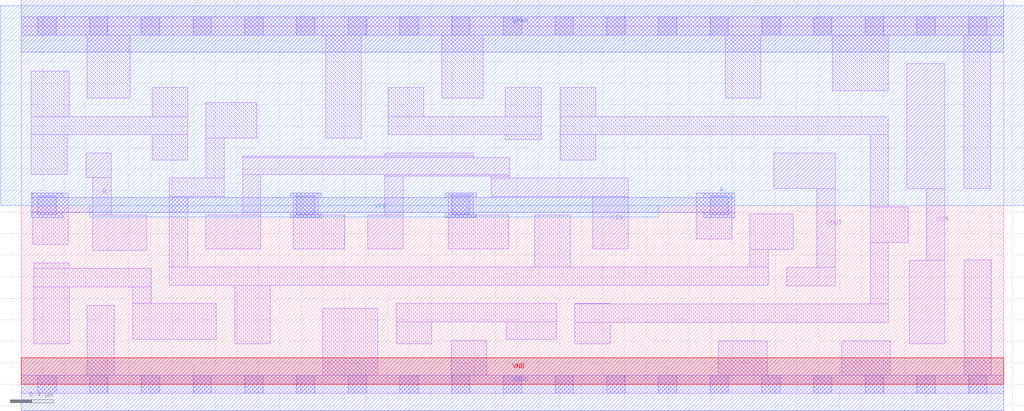
<source format=lef>
# Copyright 2020 The SkyWater PDK Authors
#
# Licensed under the Apache License, Version 2.0 (the "License");
# you may not use this file except in compliance with the License.
# You may obtain a copy of the License at
#
#     https://www.apache.org/licenses/LICENSE-2.0
#
# Unless required by applicable law or agreed to in writing, software
# distributed under the License is distributed on an "AS IS" BASIS,
# WITHOUT WARRANTIES OR CONDITIONS OF ANY KIND, either express or implied.
# See the License for the specific language governing permissions and
# limitations under the License.
#
# SPDX-License-Identifier: Apache-2.0

VERSION 5.7 ;
  NOWIREEXTENSIONATPIN ON ;
  DIVIDERCHAR "/" ;
  BUSBITCHARS "[]" ;
MACRO sky130_fd_sc_hs__fa_2
  CLASS CORE ;
  FOREIGN sky130_fd_sc_hs__fa_2 ;
  ORIGIN  0.000000  0.000000 ;
  SIZE  9.120000 BY  3.330000 ;
  SYMMETRY X Y ;
  SITE unit ;
  PIN A
    ANTENNAGATEAREA  1.044000 ;
    DIRECTION INPUT ;
    USE SIGNAL ;
    PORT
      LAYER met1 ;
        RECT 0.095000 1.550000 0.385000 1.595000 ;
        RECT 0.095000 1.595000 6.625000 1.735000 ;
        RECT 0.095000 1.735000 0.385000 1.780000 ;
        RECT 2.495000 1.550000 2.785000 1.595000 ;
        RECT 2.495000 1.735000 2.785000 1.780000 ;
        RECT 3.935000 1.550000 4.225000 1.595000 ;
        RECT 3.935000 1.735000 4.225000 1.780000 ;
        RECT 6.335000 1.550000 6.625000 1.595000 ;
        RECT 6.335000 1.735000 6.625000 1.780000 ;
    END
  END A
  PIN B
    ANTENNAGATEAREA  1.044000 ;
    DIRECTION INPUT ;
    USE SIGNAL ;
    PORT
      LAYER li1 ;
        RECT 0.605000 1.920000 0.835000 2.150000 ;
        RECT 0.665000 1.245000 1.165000 1.575000 ;
        RECT 0.665000 1.575000 0.835000 1.920000 ;
    END
  END B
  PIN CIN
    ANTENNAGATEAREA  0.783000 ;
    DIRECTION INPUT ;
    USE SIGNAL ;
    PORT
      LAYER li1 ;
        RECT 1.715000 1.260000 2.225000 1.575000 ;
        RECT 2.055000 1.575000 2.225000 1.950000 ;
        RECT 2.055000 1.950000 4.535000 2.105000 ;
        RECT 2.055000 2.105000 4.195000 2.120000 ;
        RECT 3.215000 1.260000 3.545000 1.575000 ;
        RECT 3.375000 1.575000 3.545000 1.935000 ;
        RECT 3.375000 1.935000 4.535000 1.950000 ;
        RECT 3.375000 2.120000 4.195000 2.150000 ;
        RECT 4.365000 1.745000 5.635000 1.915000 ;
        RECT 4.365000 1.915000 4.535000 1.935000 ;
        RECT 5.305000 1.260000 5.635000 1.745000 ;
    END
  END CIN
  PIN COUT
    ANTENNADIFFAREA  0.649600 ;
    DIRECTION OUTPUT ;
    USE SIGNAL ;
    PORT
      LAYER li1 ;
        RECT 6.985000 1.820000 7.555000 2.150000 ;
        RECT 7.105000 0.915000 7.555000 1.085000 ;
        RECT 7.385000 1.085000 7.555000 1.820000 ;
    END
  END COUT
  PIN SUM
    ANTENNADIFFAREA  0.543200 ;
    DIRECTION OUTPUT ;
    USE SIGNAL ;
    PORT
      LAYER li1 ;
        RECT 8.220000 1.820000 8.575000 2.980000 ;
        RECT 8.245000 0.375000 8.575000 1.150000 ;
        RECT 8.405000 1.150000 8.575000 1.820000 ;
    END
  END SUM
  PIN VGND
    DIRECTION INOUT ;
    USE GROUND ;
    PORT
      LAYER met1 ;
        RECT 0.000000 -0.245000 9.120000 0.245000 ;
    END
  END VGND
  PIN VNB
    DIRECTION INOUT ;
    USE GROUND ;
    PORT
      LAYER pwell ;
        RECT 0.000000 0.000000 9.120000 0.245000 ;
    END
  END VNB
  PIN VPB
    DIRECTION INOUT ;
    USE POWER ;
    PORT
      LAYER nwell ;
        RECT -0.190000 1.660000 9.310000 3.520000 ;
        RECT  0.635000 1.555000 5.915000 1.660000 ;
    END
  END VPB
  PIN VPWR
    DIRECTION INOUT ;
    USE POWER ;
    PORT
      LAYER met1 ;
        RECT 0.000000 3.085000 9.120000 3.575000 ;
    END
  END VPWR
  OBS
    LAYER li1 ;
      RECT 0.000000 -0.085000 9.120000 0.085000 ;
      RECT 0.000000  3.245000 9.120000 3.415000 ;
      RECT 0.095000  1.950000 0.425000 2.320000 ;
      RECT 0.095000  2.320000 1.545000 2.490000 ;
      RECT 0.095000  2.490000 0.445000 2.910000 ;
      RECT 0.105000  1.300000 0.435000 1.780000 ;
      RECT 0.115000  0.375000 0.445000 0.905000 ;
      RECT 0.115000  0.905000 1.205000 1.075000 ;
      RECT 0.115000  1.075000 0.445000 1.130000 ;
      RECT 0.615000  0.085000 0.865000 0.735000 ;
      RECT 0.615000  2.660000 1.010000 3.245000 ;
      RECT 1.035000  0.420000 1.810000 0.750000 ;
      RECT 1.035000  0.750000 1.205000 0.905000 ;
      RECT 1.215000  2.085000 1.545000 2.320000 ;
      RECT 1.215000  2.490000 1.545000 2.755000 ;
      RECT 1.375000  0.920000 6.935000 1.090000 ;
      RECT 1.375000  1.090000 1.545000 1.745000 ;
      RECT 1.375000  1.745000 1.885000 1.915000 ;
      RECT 1.715000  1.915000 1.885000 2.290000 ;
      RECT 1.715000  2.290000 2.185000 2.620000 ;
      RECT 1.980000  0.375000 2.310000 0.920000 ;
      RECT 2.525000  1.260000 3.005000 1.575000 ;
      RECT 2.525000  1.575000 2.755000 1.780000 ;
      RECT 2.800000  0.085000 3.310000 0.705000 ;
      RECT 2.825000  2.290000 3.155000 3.245000 ;
      RECT 3.405000  2.320000 4.825000 2.490000 ;
      RECT 3.405000  2.490000 3.735000 2.755000 ;
      RECT 3.480000  0.375000 3.810000 0.580000 ;
      RECT 3.480000  0.580000 4.970000 0.750000 ;
      RECT 3.905000  2.660000 4.290000 3.245000 ;
      RECT 3.965000  1.260000 4.525000 1.575000 ;
      RECT 3.965000  1.575000 4.195000 1.765000 ;
      RECT 3.990000  0.085000 4.320000 0.410000 ;
      RECT 4.495000  2.275000 4.825000 2.320000 ;
      RECT 4.495000  2.490000 4.825000 2.755000 ;
      RECT 4.500000  0.420000 4.970000 0.580000 ;
      RECT 4.765000  1.090000 5.095000 1.575000 ;
      RECT 5.005000  2.085000 5.335000 2.320000 ;
      RECT 5.005000  2.320000 8.050000 2.490000 ;
      RECT 5.005000  2.490000 5.335000 2.755000 ;
      RECT 5.140000  0.375000 5.470000 0.575000 ;
      RECT 5.140000  0.575000 8.050000 0.745000 ;
      RECT 5.140000  0.745000 5.470000 0.750000 ;
      RECT 6.265000  1.350000 6.595000 1.780000 ;
      RECT 6.470000  0.085000 6.925000 0.405000 ;
      RECT 6.535000  2.660000 6.865000 3.245000 ;
      RECT 6.765000  1.090000 6.935000 1.255000 ;
      RECT 6.765000  1.255000 7.165000 1.585000 ;
      RECT 7.530000  2.730000 8.050000 3.245000 ;
      RECT 7.615000  0.085000 8.065000 0.405000 ;
      RECT 7.880000  0.745000 8.050000 1.320000 ;
      RECT 7.880000  1.320000 8.235000 1.650000 ;
      RECT 7.880000  1.650000 8.050000 2.320000 ;
      RECT 8.750000  1.820000 9.000000 3.245000 ;
      RECT 8.755000  0.085000 9.005000 1.155000 ;
    LAYER mcon ;
      RECT 0.155000 -0.085000 0.325000 0.085000 ;
      RECT 0.155000  1.580000 0.325000 1.750000 ;
      RECT 0.155000  3.245000 0.325000 3.415000 ;
      RECT 0.635000 -0.085000 0.805000 0.085000 ;
      RECT 0.635000  3.245000 0.805000 3.415000 ;
      RECT 1.115000 -0.085000 1.285000 0.085000 ;
      RECT 1.115000  3.245000 1.285000 3.415000 ;
      RECT 1.595000 -0.085000 1.765000 0.085000 ;
      RECT 1.595000  3.245000 1.765000 3.415000 ;
      RECT 2.075000 -0.085000 2.245000 0.085000 ;
      RECT 2.075000  3.245000 2.245000 3.415000 ;
      RECT 2.555000 -0.085000 2.725000 0.085000 ;
      RECT 2.555000  1.580000 2.725000 1.750000 ;
      RECT 2.555000  3.245000 2.725000 3.415000 ;
      RECT 3.035000 -0.085000 3.205000 0.085000 ;
      RECT 3.035000  3.245000 3.205000 3.415000 ;
      RECT 3.515000 -0.085000 3.685000 0.085000 ;
      RECT 3.515000  3.245000 3.685000 3.415000 ;
      RECT 3.995000 -0.085000 4.165000 0.085000 ;
      RECT 3.995000  1.580000 4.165000 1.750000 ;
      RECT 3.995000  3.245000 4.165000 3.415000 ;
      RECT 4.475000 -0.085000 4.645000 0.085000 ;
      RECT 4.475000  3.245000 4.645000 3.415000 ;
      RECT 4.955000 -0.085000 5.125000 0.085000 ;
      RECT 4.955000  3.245000 5.125000 3.415000 ;
      RECT 5.435000 -0.085000 5.605000 0.085000 ;
      RECT 5.435000  3.245000 5.605000 3.415000 ;
      RECT 5.915000 -0.085000 6.085000 0.085000 ;
      RECT 5.915000  3.245000 6.085000 3.415000 ;
      RECT 6.395000 -0.085000 6.565000 0.085000 ;
      RECT 6.395000  1.580000 6.565000 1.750000 ;
      RECT 6.395000  3.245000 6.565000 3.415000 ;
      RECT 6.875000 -0.085000 7.045000 0.085000 ;
      RECT 6.875000  3.245000 7.045000 3.415000 ;
      RECT 7.355000 -0.085000 7.525000 0.085000 ;
      RECT 7.355000  3.245000 7.525000 3.415000 ;
      RECT 7.835000 -0.085000 8.005000 0.085000 ;
      RECT 7.835000  3.245000 8.005000 3.415000 ;
      RECT 8.315000 -0.085000 8.485000 0.085000 ;
      RECT 8.315000  3.245000 8.485000 3.415000 ;
      RECT 8.795000 -0.085000 8.965000 0.085000 ;
      RECT 8.795000  3.245000 8.965000 3.415000 ;
  END
END sky130_fd_sc_hs__fa_2
END LIBRARY

</source>
